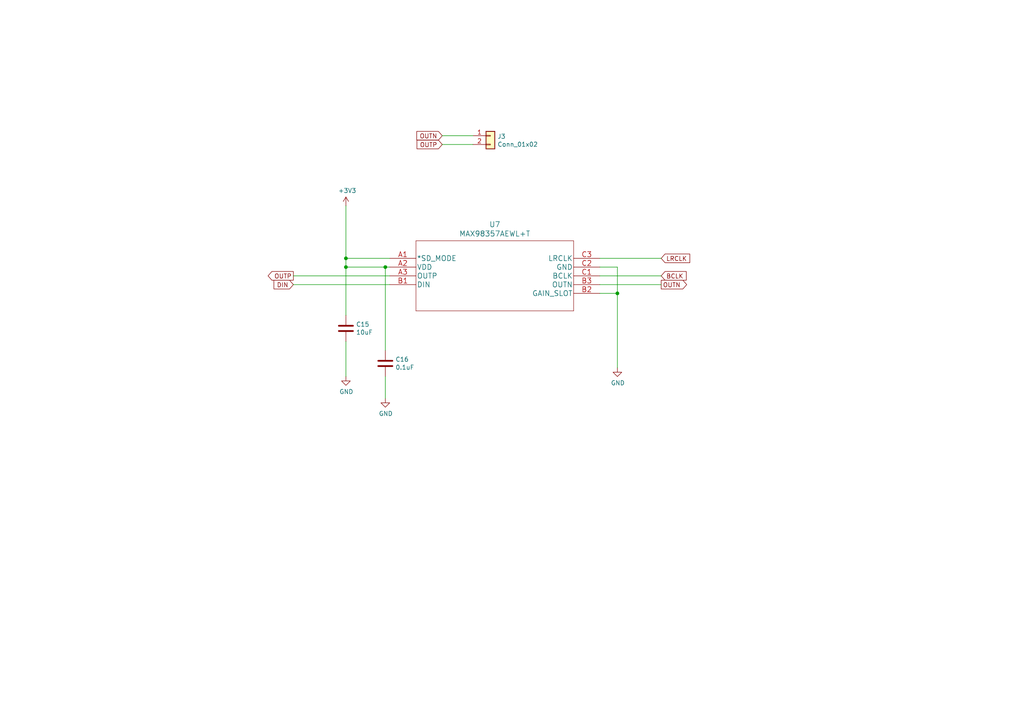
<source format=kicad_sch>
(kicad_sch (version 20231120) (generator "eeschema")
  (paper "A4")
  (lib_symbols
    (symbol "Connector_Generic:Conn_01x02" (pin_names (offset 1.016) hide)
      (property "Reference" "J" (at 0 2.54 0))
      (property "Value" "Conn_01x02" (at 0 -5.08 0))
      (symbol "Conn_01x02_1_1"
        (rectangle (start -1.27 -2.413) (end 0 -2.667) (stroke (width 0.1524)))
        (rectangle (start -1.27 0.127) (end 0 -0.127) (stroke (width 0.1524)))
        (rectangle (start -1.27 1.27) (end 1.27 -3.81) (stroke (width 0.254)) (fill (type background)))
        (pin passive line (at -5.08 0 0) (length 3.81) (name "Pin_1") (number "1"))
        (pin passive line (at -5.08 -2.54 0) (length 3.81) (name "Pin_2") (number "2"))
      )
    )
    (symbol "Device:C" (pin_numbers hide) (pin_names (offset 0.254))
      (property "Reference" "C" (at 0.635 2.54 0))
      (property "Value" "C" (at 0.635 -2.54 0))
      (symbol "C_0_1"
        (polyline (pts (xy -2.032 -0.762) (xy 2.032 -0.762)) (stroke (width 0.508)))
        (polyline (pts (xy -2.032 0.762) (xy 2.032 0.762)) (stroke (width 0.508)))
      )
      (symbol "C_1_1"
        (pin passive line (at 0 3.81 270) (length 2.794) (name "~") (number "1"))
        (pin passive line (at 0 -3.81 90) (length 2.794) (name "~") (number "2"))
      )
    )
    (symbol "MAX98357AEWLT:MAX98357AEWL+T" (pin_names (offset 0.254))
      (property "Reference" "U" (at 30.48 10.16 0))
      (property "Value" "MAX98357AEWL+T" (at 30.48 7.62 0))
      (symbol "MAX98357AEWL+T_1_1"
        (polyline (pts (xy 7.62 -15.24) (xy 53.34 -15.24)) (stroke (width 0.127)))
        (polyline (pts (xy 7.62 5.08) (xy 7.62 -15.24)) (stroke (width 0.127)))
        (polyline (pts (xy 53.34 -15.24) (xy 53.34 5.08)) (stroke (width 0.127)))
        (polyline (pts (xy 53.34 5.08) (xy 7.62 5.08)) (stroke (width 0.127)))
        (pin unspecified line (at 0 0 0) (length 7.62) (name "*SD_MODE") (number "A1"))
        (pin power_in line (at 0 -2.54 0) (length 7.62) (name "VDD") (number "A2"))
        (pin output line (at 0 -5.08 0) (length 7.62) (name "OUTP") (number "A3"))
        (pin unspecified line (at 0 -7.62 0) (length 7.62) (name "DIN") (number "B1"))
        (pin unspecified line (at 60.96 -10.16 180) (length 7.62) (name "GAIN_SLOT") (number "B2"))
        (pin output line (at 60.96 -7.62 180) (length 7.62) (name "OUTN") (number "B3"))
        (pin unspecified line (at 60.96 -5.08 180) (length 7.62) (name "BCLK") (number "C1"))
        (pin power_in line (at 60.96 -2.54 180) (length 7.62) (name "GND") (number "C2"))
        (pin unspecified line (at 60.96 0 180) (length 7.62) (name "LRCLK") (number "C3"))
      )
    )
    (symbol "microgame2-rescue:+3.3V-power" (power) (pin_names (offset 0))
      (property "Value" "+3.3V-power" (at 0 3.556 0))
      (symbol "+3.3V-power_0_1"
        (polyline (pts (xy -0.762 1.27) (xy 0 2.54)))
        (polyline (pts (xy 0 0) (xy 0 2.54)))
        (polyline (pts (xy 0 2.54) (xy 0.762 1.27)))
      )
      (symbol "+3.3V-power_1_1"
        (pin power_in line (at 0 0 90) (length 0) hide (name "+3V3") (number "1"))
      )
    )
    (symbol "power:GND" (power) (pin_names (offset 0))
      (property "Value" "GND" (at 0 -3.81 0))
      (symbol "GND_0_1"
        (polyline (pts (xy 0 0) (xy 0 -1.27) (xy 1.27 -1.27) (xy 0 -2.54) (xy -1.27 -1.27) (xy 0 -1.27)))
      )
      (symbol "GND_1_1"
        (pin power_in line (at 0 0 270) (length 0) hide (name "GND") (number "1"))
      )
    )
  )
  (junction (at 100.33 74.93))
  (junction (at 100.33 77.47))
  (junction (at 179.07 85.09))
  (junction (at 111.76 77.47))
  (wire (pts (xy 173.99 85.09) (xy 179.07 85.09)))
  (wire (pts (xy 179.07 85.09) (xy 179.07 106.68)))
  (wire (pts (xy 137.16 39.37) (xy 128.27 39.37)))
  (wire (pts (xy 111.76 77.47) (xy 111.76 101.6)))
  (wire (pts (xy 179.07 77.47) (xy 179.07 85.09)))
  (wire (pts (xy 173.99 80.01) (xy 191.77 80.01)))
  (wire (pts (xy 100.33 77.47) (xy 100.33 74.93)))
  (wire (pts (xy 111.76 77.47) (xy 100.33 77.47)))
  (wire (pts (xy 113.03 77.47) (xy 111.76 77.47)))
  (wire (pts (xy 100.33 99.06) (xy 100.33 109.22)))
  (wire (pts (xy 113.03 80.01) (xy 85.09 80.01)))
  (wire (pts (xy 100.33 77.47) (xy 100.33 91.44)))
  (wire (pts (xy 137.16 41.91) (xy 128.27 41.91)))
  (wire (pts (xy 111.76 109.22) (xy 111.76 115.57)))
  (wire (pts (xy 113.03 74.93) (xy 100.33 74.93)))
  (wire (pts (xy 173.99 77.47) (xy 179.07 77.47)))
  (wire (pts (xy 100.33 74.93) (xy 100.33 59.69)))
  (wire (pts (xy 173.99 82.55) (xy 191.77 82.55)))
  (wire (pts (xy 173.99 74.93) (xy 191.77 74.93)))
  (wire (pts (xy 113.03 82.55) (xy 85.09 82.55)))
  (global_label "OUTN" (shape input) (at 128.27 39.37 180) (property "Intersheetrefs" "${INTERSHEET_REFS}" (effects (hide yes))))
  (global_label "LRCLK" (shape input) (at 191.77 74.93 0) (property "Intersheetrefs" "${INTERSHEET_REFS}" (effects (hide yes))))
  (global_label "OUTP" (shape input) (at 128.27 41.91 180) (property "Intersheetrefs" "${INTERSHEET_REFS}" (effects (hide yes))))
  (global_label "OUTP" (shape output) (at 85.09 80.01 180) (property "Intersheetrefs" "${INTERSHEET_REFS}" (effects (hide yes))))
  (global_label "OUTN" (shape output) (at 191.77 82.55 0) (property "Intersheetrefs" "${INTERSHEET_REFS}" (effects (hide yes))))
  (global_label "DIN" (shape input) (at 85.09 82.55 180) (property "Intersheetrefs" "${INTERSHEET_REFS}" (effects (hide yes))))
  (global_label "BCLK" (shape input) (at 191.77 80.01 0) (property "Intersheetrefs" "${INTERSHEET_REFS}" (effects (hide yes))))
  (symbol (lib_id "MAX98357AEWLT:MAX98357AEWL+T") (at 113.03 74.93 0) (unit 1)
    (property "Reference" "U7" (at 143.51 65.1002 0) (effects (font (size 1.524 1.524))))
    (property "Value" "MAX98357AEWL+T" (at 143.51 67.7926 0) (effects (font (size 1.524 1.524))))
    (property "Footprint" "Digi-Key:MAX98357AEWL&plus_T" (effects (hide yes)))
  )
  (symbol (lib_id "microgame2-rescue:+3.3V-power") (at 100.33 59.69 0) (unit 1)
    (property "Reference" "#PWR037" (effects (hide yes)))
    (property "Value" "+3V3" (at 100.711 55.2958 0))
  )
  (symbol (lib_id "power:GND") (at 179.07 106.68 0) (unit 1)
    (property "Reference" "#PWR040" (effects (hide yes)))
    (property "Value" "GND" (at 179.197 111.0742 0))
  )
  (symbol (lib_id "Device:C") (at 100.33 95.25 0) (unit 1)
    (property "Reference" "C15" (at 103.251 94.0816 0) (effects (justify left)))
    (property "Value" "10uF" (at 103.251 96.393 0) (effects (justify left)))
    (property "Footprint" "Resistor_SMD:R_0603_1608Metric" (effects (hide yes)))
  )
  (symbol (lib_id "Device:C") (at 111.76 105.41 0) (unit 1)
    (property "Reference" "C16" (at 114.681 104.2416 0) (effects (justify left)))
    (property "Value" "0.1uF" (at 114.681 106.553 0) (effects (justify left)))
    (property "Footprint" "Resistor_SMD:R_0402_1005Metric" (effects (hide yes)))
  )
  (symbol (lib_id "power:GND") (at 111.76 115.57 0) (unit 1)
    (property "Reference" "#PWR039" (effects (hide yes)))
    (property "Value" "GND" (at 111.887 119.9642 0))
  )
  (symbol (lib_id "power:GND") (at 100.33 109.22 0) (unit 1)
    (property "Reference" "#PWR038" (effects (hide yes)))
    (property "Value" "GND" (at 100.457 113.6142 0))
  )
  (symbol (lib_id "Connector_Generic:Conn_01x02") (at 142.24 39.37 0) (unit 1)
    (property "Reference" "J3" (at 144.272 39.5732 0) (effects (justify left)))
    (property "Value" "Conn_01x02" (at 144.272 41.8846 0) (effects (justify left)))
    (property "Footprint" "Resistor_SMD:R_1206_3216Metric" (effects (hide yes)))
  )
)
</source>
